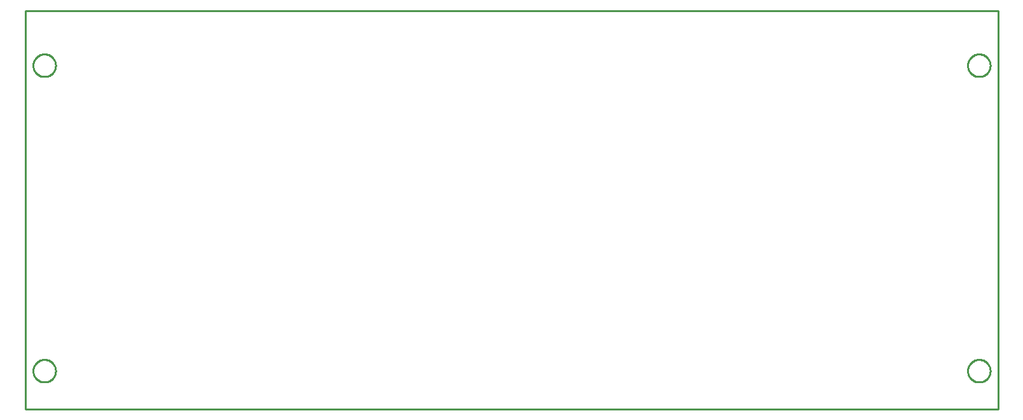
<source format=gbr>
G04 EAGLE Gerber RS-274X export*
G75*
%MOMM*%
%FSLAX34Y34*%
%LPD*%
%IN*%
%IPPOS*%
%AMOC8*
5,1,8,0,0,1.08239X$1,22.5*%
G01*
%ADD10C,0.254000*%


D10*
X0Y254000D02*
X1295200Y254000D01*
X1295200Y784100D01*
X0Y784100D01*
X0Y254000D01*
X40400Y710664D02*
X40324Y709596D01*
X40171Y708535D01*
X39943Y707488D01*
X39641Y706460D01*
X39267Y705456D01*
X38822Y704481D01*
X38308Y703541D01*
X37729Y702640D01*
X37087Y701782D01*
X36385Y700972D01*
X35628Y700215D01*
X34818Y699513D01*
X33960Y698871D01*
X33059Y698292D01*
X32119Y697778D01*
X31144Y697333D01*
X30140Y696959D01*
X29112Y696657D01*
X28065Y696429D01*
X27004Y696276D01*
X25936Y696200D01*
X24864Y696200D01*
X23796Y696276D01*
X22735Y696429D01*
X21688Y696657D01*
X20660Y696959D01*
X19656Y697333D01*
X18681Y697778D01*
X17741Y698292D01*
X16840Y698871D01*
X15982Y699513D01*
X15172Y700215D01*
X14415Y700972D01*
X13713Y701782D01*
X13071Y702640D01*
X12492Y703541D01*
X11978Y704481D01*
X11533Y705456D01*
X11159Y706460D01*
X10857Y707488D01*
X10629Y708535D01*
X10476Y709596D01*
X10400Y710664D01*
X10400Y711736D01*
X10476Y712804D01*
X10629Y713865D01*
X10857Y714912D01*
X11159Y715940D01*
X11533Y716944D01*
X11978Y717919D01*
X12492Y718859D01*
X13071Y719760D01*
X13713Y720618D01*
X14415Y721428D01*
X15172Y722185D01*
X15982Y722887D01*
X16840Y723529D01*
X17741Y724108D01*
X18681Y724622D01*
X19656Y725067D01*
X20660Y725441D01*
X21688Y725743D01*
X22735Y725971D01*
X23796Y726124D01*
X24864Y726200D01*
X25936Y726200D01*
X27004Y726124D01*
X28065Y725971D01*
X29112Y725743D01*
X30140Y725441D01*
X31144Y725067D01*
X32119Y724622D01*
X33059Y724108D01*
X33960Y723529D01*
X34818Y722887D01*
X35628Y722185D01*
X36385Y721428D01*
X37087Y720618D01*
X37729Y719760D01*
X38308Y718859D01*
X38822Y717919D01*
X39267Y716944D01*
X39641Y715940D01*
X39943Y714912D01*
X40171Y713865D01*
X40324Y712804D01*
X40400Y711736D01*
X40400Y710664D01*
X40400Y304264D02*
X40324Y303196D01*
X40171Y302135D01*
X39943Y301088D01*
X39641Y300060D01*
X39267Y299056D01*
X38822Y298081D01*
X38308Y297141D01*
X37729Y296240D01*
X37087Y295382D01*
X36385Y294572D01*
X35628Y293815D01*
X34818Y293113D01*
X33960Y292471D01*
X33059Y291892D01*
X32119Y291378D01*
X31144Y290933D01*
X30140Y290559D01*
X29112Y290257D01*
X28065Y290029D01*
X27004Y289876D01*
X25936Y289800D01*
X24864Y289800D01*
X23796Y289876D01*
X22735Y290029D01*
X21688Y290257D01*
X20660Y290559D01*
X19656Y290933D01*
X18681Y291378D01*
X17741Y291892D01*
X16840Y292471D01*
X15982Y293113D01*
X15172Y293815D01*
X14415Y294572D01*
X13713Y295382D01*
X13071Y296240D01*
X12492Y297141D01*
X11978Y298081D01*
X11533Y299056D01*
X11159Y300060D01*
X10857Y301088D01*
X10629Y302135D01*
X10476Y303196D01*
X10400Y304264D01*
X10400Y305336D01*
X10476Y306404D01*
X10629Y307465D01*
X10857Y308512D01*
X11159Y309540D01*
X11533Y310544D01*
X11978Y311519D01*
X12492Y312459D01*
X13071Y313360D01*
X13713Y314218D01*
X14415Y315028D01*
X15172Y315785D01*
X15982Y316487D01*
X16840Y317129D01*
X17741Y317708D01*
X18681Y318222D01*
X19656Y318667D01*
X20660Y319041D01*
X21688Y319343D01*
X22735Y319571D01*
X23796Y319724D01*
X24864Y319800D01*
X25936Y319800D01*
X27004Y319724D01*
X28065Y319571D01*
X29112Y319343D01*
X30140Y319041D01*
X31144Y318667D01*
X32119Y318222D01*
X33059Y317708D01*
X33960Y317129D01*
X34818Y316487D01*
X35628Y315785D01*
X36385Y315028D01*
X37087Y314218D01*
X37729Y313360D01*
X38308Y312459D01*
X38822Y311519D01*
X39267Y310544D01*
X39641Y309540D01*
X39943Y308512D01*
X40171Y307465D01*
X40324Y306404D01*
X40400Y305336D01*
X40400Y304264D01*
X1285000Y304264D02*
X1284924Y303196D01*
X1284771Y302135D01*
X1284543Y301088D01*
X1284241Y300060D01*
X1283867Y299056D01*
X1283422Y298081D01*
X1282908Y297141D01*
X1282329Y296240D01*
X1281687Y295382D01*
X1280985Y294572D01*
X1280228Y293815D01*
X1279418Y293113D01*
X1278560Y292471D01*
X1277659Y291892D01*
X1276719Y291378D01*
X1275744Y290933D01*
X1274740Y290559D01*
X1273712Y290257D01*
X1272665Y290029D01*
X1271604Y289876D01*
X1270536Y289800D01*
X1269464Y289800D01*
X1268396Y289876D01*
X1267335Y290029D01*
X1266288Y290257D01*
X1265260Y290559D01*
X1264256Y290933D01*
X1263281Y291378D01*
X1262341Y291892D01*
X1261440Y292471D01*
X1260582Y293113D01*
X1259772Y293815D01*
X1259015Y294572D01*
X1258313Y295382D01*
X1257671Y296240D01*
X1257092Y297141D01*
X1256578Y298081D01*
X1256133Y299056D01*
X1255759Y300060D01*
X1255457Y301088D01*
X1255229Y302135D01*
X1255076Y303196D01*
X1255000Y304264D01*
X1255000Y305336D01*
X1255076Y306404D01*
X1255229Y307465D01*
X1255457Y308512D01*
X1255759Y309540D01*
X1256133Y310544D01*
X1256578Y311519D01*
X1257092Y312459D01*
X1257671Y313360D01*
X1258313Y314218D01*
X1259015Y315028D01*
X1259772Y315785D01*
X1260582Y316487D01*
X1261440Y317129D01*
X1262341Y317708D01*
X1263281Y318222D01*
X1264256Y318667D01*
X1265260Y319041D01*
X1266288Y319343D01*
X1267335Y319571D01*
X1268396Y319724D01*
X1269464Y319800D01*
X1270536Y319800D01*
X1271604Y319724D01*
X1272665Y319571D01*
X1273712Y319343D01*
X1274740Y319041D01*
X1275744Y318667D01*
X1276719Y318222D01*
X1277659Y317708D01*
X1278560Y317129D01*
X1279418Y316487D01*
X1280228Y315785D01*
X1280985Y315028D01*
X1281687Y314218D01*
X1282329Y313360D01*
X1282908Y312459D01*
X1283422Y311519D01*
X1283867Y310544D01*
X1284241Y309540D01*
X1284543Y308512D01*
X1284771Y307465D01*
X1284924Y306404D01*
X1285000Y305336D01*
X1285000Y304264D01*
X1285000Y710664D02*
X1284924Y709596D01*
X1284771Y708535D01*
X1284543Y707488D01*
X1284241Y706460D01*
X1283867Y705456D01*
X1283422Y704481D01*
X1282908Y703541D01*
X1282329Y702640D01*
X1281687Y701782D01*
X1280985Y700972D01*
X1280228Y700215D01*
X1279418Y699513D01*
X1278560Y698871D01*
X1277659Y698292D01*
X1276719Y697778D01*
X1275744Y697333D01*
X1274740Y696959D01*
X1273712Y696657D01*
X1272665Y696429D01*
X1271604Y696276D01*
X1270536Y696200D01*
X1269464Y696200D01*
X1268396Y696276D01*
X1267335Y696429D01*
X1266288Y696657D01*
X1265260Y696959D01*
X1264256Y697333D01*
X1263281Y697778D01*
X1262341Y698292D01*
X1261440Y698871D01*
X1260582Y699513D01*
X1259772Y700215D01*
X1259015Y700972D01*
X1258313Y701782D01*
X1257671Y702640D01*
X1257092Y703541D01*
X1256578Y704481D01*
X1256133Y705456D01*
X1255759Y706460D01*
X1255457Y707488D01*
X1255229Y708535D01*
X1255076Y709596D01*
X1255000Y710664D01*
X1255000Y711736D01*
X1255076Y712804D01*
X1255229Y713865D01*
X1255457Y714912D01*
X1255759Y715940D01*
X1256133Y716944D01*
X1256578Y717919D01*
X1257092Y718859D01*
X1257671Y719760D01*
X1258313Y720618D01*
X1259015Y721428D01*
X1259772Y722185D01*
X1260582Y722887D01*
X1261440Y723529D01*
X1262341Y724108D01*
X1263281Y724622D01*
X1264256Y725067D01*
X1265260Y725441D01*
X1266288Y725743D01*
X1267335Y725971D01*
X1268396Y726124D01*
X1269464Y726200D01*
X1270536Y726200D01*
X1271604Y726124D01*
X1272665Y725971D01*
X1273712Y725743D01*
X1274740Y725441D01*
X1275744Y725067D01*
X1276719Y724622D01*
X1277659Y724108D01*
X1278560Y723529D01*
X1279418Y722887D01*
X1280228Y722185D01*
X1280985Y721428D01*
X1281687Y720618D01*
X1282329Y719760D01*
X1282908Y718859D01*
X1283422Y717919D01*
X1283867Y716944D01*
X1284241Y715940D01*
X1284543Y714912D01*
X1284771Y713865D01*
X1284924Y712804D01*
X1285000Y711736D01*
X1285000Y710664D01*
M02*

</source>
